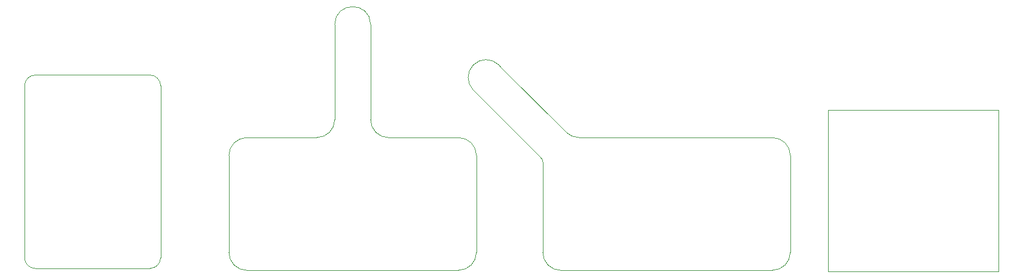
<source format=gbr>
G04 #@! TF.GenerationSoftware,KiCad,Pcbnew,(5.1.5-0-10_14)*
G04 #@! TF.CreationDate,2020-11-20T14:40:15+01:00*
G04 #@! TF.ProjectId,3pdt,33706474-2e6b-4696-9361-645f70636258,rev?*
G04 #@! TF.SameCoordinates,Original*
G04 #@! TF.FileFunction,Profile,NP*
%FSLAX46Y46*%
G04 Gerber Fmt 4.6, Leading zero omitted, Abs format (unit mm)*
G04 Created by KiCad (PCBNEW (5.1.5-0-10_14)) date 2020-11-20 14:40:15*
%MOMM*%
%LPD*%
G04 APERTURE LIST*
%ADD10C,0.050000*%
G04 APERTURE END LIST*
D10*
X242570000Y-50165000D02*
X218440000Y-50165000D01*
X242570000Y-73025000D02*
X242570000Y-50165000D01*
X218440000Y-73025000D02*
X242570000Y-73025000D01*
X218440000Y-50165000D02*
X218440000Y-73025000D01*
X190500000Y-54102000D02*
X201930000Y-54102000D01*
X183134000Y-54095477D02*
G75*
G02X181356001Y-53339999I0J2469977D01*
G01*
X177739199Y-56914026D02*
G75*
G02X178054000Y-57531000I-447199J-616974D01*
G01*
X180594000Y-72898000D02*
X210566000Y-72898000D01*
X213106000Y-70358000D02*
X213106000Y-56642000D01*
X210566000Y-54102000D02*
X201930000Y-54102000D01*
X178054000Y-57531000D02*
X178054000Y-70358000D01*
X180594000Y-72898000D02*
G75*
G02X178054000Y-70358000I0J2540000D01*
G01*
X213106000Y-70358000D02*
G75*
G02X210566000Y-72898000I-2540000J0D01*
G01*
X210566000Y-54102000D02*
G75*
G02X213106000Y-56642000I0J-2540000D01*
G01*
X168219905Y-47395258D02*
G75*
G02X171812009Y-43803156I1796052J1796051D01*
G01*
X181356000Y-53340000D02*
X172171219Y-44162366D01*
X168579116Y-47754469D02*
X177738978Y-56914330D01*
X190500000Y-54102000D02*
X183134000Y-54102000D01*
X168579116Y-47754469D02*
X168219906Y-47395258D01*
X172171219Y-44162366D02*
X171812009Y-43803156D01*
X123936000Y-46768000D02*
X123936000Y-48768000D01*
X121412000Y-45244000D02*
X122412000Y-45244000D01*
X106188000Y-45244000D02*
X107188000Y-45244000D01*
X104664000Y-48768000D02*
X104664000Y-46768000D01*
X104664000Y-71104000D02*
X104664000Y-70104000D01*
X106188000Y-72628000D02*
X107188000Y-72628000D01*
X123936000Y-71104000D02*
X123936000Y-70104000D01*
X121412000Y-72628000D02*
X122412000Y-72628000D01*
X121412000Y-72628000D02*
X107188000Y-72628000D01*
X123936000Y-48768000D02*
X123936000Y-70104000D01*
X107188000Y-45244000D02*
X121412000Y-45244000D01*
X104664000Y-70104000D02*
X104664000Y-48768000D01*
X106188000Y-72628000D02*
G75*
G02X104664000Y-71104000I0J1524000D01*
G01*
X123936000Y-71104000D02*
G75*
G02X122412000Y-72628000I-1524000J0D01*
G01*
X122412000Y-45244000D02*
G75*
G02X123936000Y-46768000I0J-1524000D01*
G01*
X104664000Y-46768000D02*
G75*
G02X106188000Y-45244000I1524000J0D01*
G01*
X153670000Y-38608000D02*
X153670000Y-38100000D01*
X148590000Y-38608000D02*
X148590000Y-38100000D01*
X146050000Y-54102000D02*
X136144000Y-54102000D01*
X157480000Y-54102000D02*
X156210000Y-54102000D01*
X148590000Y-38608000D02*
X148590000Y-51562000D01*
X148590000Y-51562000D02*
G75*
G02X146050000Y-54102000I-2540000J0D01*
G01*
X156210000Y-54102000D02*
G75*
G02X153670000Y-51562000I0J2540000D01*
G01*
X153670000Y-51562000D02*
X153670000Y-38608000D01*
X133604000Y-56642000D02*
G75*
G02X136144000Y-54102000I2540000J0D01*
G01*
X148590000Y-38100000D02*
G75*
G02X153670000Y-38100000I2540000J0D01*
G01*
X166116000Y-54102000D02*
G75*
G02X168656000Y-56642000I0J-2540000D01*
G01*
X168656000Y-70358000D02*
G75*
G02X166116000Y-72898000I-2540000J0D01*
G01*
X136144000Y-72898000D02*
G75*
G02X133604000Y-70358000I0J2540000D01*
G01*
X133604000Y-56642000D02*
X133604000Y-70358000D01*
X166116000Y-54102000D02*
X157480000Y-54102000D01*
X168656000Y-70358000D02*
X168656000Y-56642000D01*
X136144000Y-72898000D02*
X166116000Y-72898000D01*
M02*

</source>
